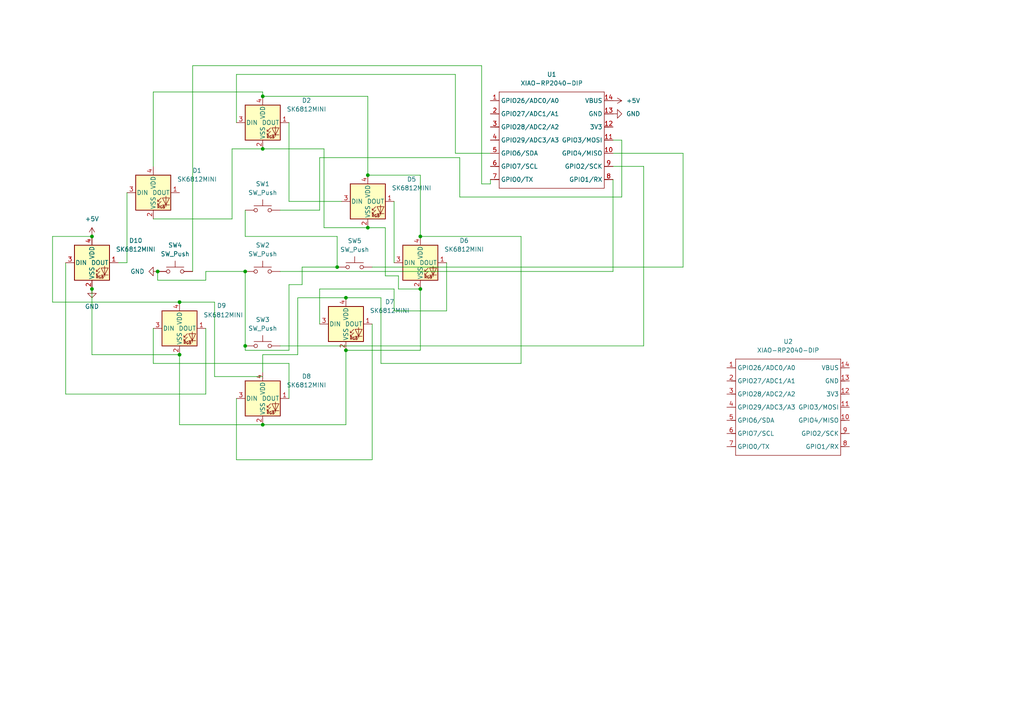
<source format=kicad_sch>
(kicad_sch (version 20250114) (generator "eeschema") (generator_version "9.0")
  (paper "A4")
  (lib_symbols
    (symbol "LED:SK6812MINI" (pin_names (offset 0.254))
      (property "Reference" "D" (at 5.08 5.715 0))
      (property "Value" "SK6812MINI" (at 1.27 -5.715 0))
      (symbol "SK6812MINI_0_0"
        (text "RGB" (at 2.286 -4.191 0) (effects (font (size 0.762 0.762))))
      )
      (symbol "SK6812MINI_0_1"
        (polyline (pts (xy 1.27 -2.54) (xy 1.778 -2.54)))
        (polyline (pts (xy 1.27 -3.556) (xy 1.778 -3.556)))
        (polyline (pts (xy 2.286 -1.524) (xy 1.27 -2.54) (xy 1.27 -2.032)))
        (polyline (pts (xy 2.286 -2.54) (xy 1.27 -3.556) (xy 1.27 -3.048)))
        (polyline (pts (xy 3.683 -1.016) (xy 3.683 -3.556) (xy 3.683 -4.064)))
        (polyline (pts (xy 4.699 -1.524) (xy 2.667 -1.524) (xy 3.683 -3.556) (xy 4.699 -1.524)))
        (polyline (pts (xy 4.699 -3.556) (xy 2.667 -3.556)))
        (rectangle (start 5.08 5.08) (end -5.08 -5.08) (stroke (width 0.254)) (fill (type background)))
      )
      (symbol "SK6812MINI_1_1"
        (pin input line (at -7.62 0 0) (length 2.54) (name "DIN") (number "3"))
        (pin power_in line (at 0 7.62 270) (length 2.54) (name "VDD") (number "4"))
        (pin power_in line (at 0 -7.62 90) (length 2.54) (name "VSS") (number "2"))
        (pin output line (at 7.62 0 180) (length 2.54) (name "DOUT") (number "1"))
      )
    )
    (symbol "Seeed_Studio_XIAO_Series:XIAO-RP2040-DIP"
      (property "Reference" "U" (at 0 0 0))
      (property "Value" "XIAO-RP2040-DIP" (at 5.334 -1.778 0))
      (symbol "XIAO-RP2040-DIP_1_0"
        (polyline (pts (xy -1.27 -2.54) (xy 29.21 -2.54)) (stroke (width 0.1524)))
        (polyline (pts (xy -1.27 -5.08) (xy -2.54 -5.08)) (stroke (width 0.1524)))
        (polyline (pts (xy -1.27 -5.08) (xy -1.27 -2.54)) (stroke (width 0.1524)))
        (polyline (pts (xy -1.27 -8.89) (xy -2.54 -8.89)) (stroke (width 0.1524)))
        (polyline (pts (xy -1.27 -8.89) (xy -1.27 -5.08)) (stroke (width 0.1524)))
        (polyline (pts (xy -1.27 -12.7) (xy -2.54 -12.7)) (stroke (width 0.1524)))
        (polyline (pts (xy -1.27 -12.7) (xy -1.27 -8.89)) (stroke (width 0.1524)))
        (polyline (pts (xy -1.27 -16.51) (xy -2.54 -16.51)) (stroke (width 0.1524)))
        (polyline (pts (xy -1.27 -16.51) (xy -1.27 -12.7)) (stroke (width 0.1524)))
        (polyline (pts (xy -1.27 -20.32) (xy -2.54 -20.32)) (stroke (width 0.1524)))
        (polyline (pts (xy -1.27 -24.13) (xy -2.54 -24.13)) (stroke (width 0.1524)))
        (polyline (pts (xy -1.27 -27.94) (xy -2.54 -27.94)) (stroke (width 0.1524)))
        (polyline (pts (xy -1.27 -30.48) (xy -1.27 -16.51)) (stroke (width 0.1524)))
        (polyline (pts (xy 29.21 -2.54) (xy 29.21 -5.08)) (stroke (width 0.1524)))
        (polyline (pts (xy 29.21 -5.08) (xy 29.21 -8.89)) (stroke (width 0.1524)))
        (polyline (pts (xy 29.21 -8.89) (xy 29.21 -12.7)) (stroke (width 0.1524)))
        (polyline (pts (xy 29.21 -12.7) (xy 29.21 -30.48)) (stroke (width 0.1524)))
        (polyline (pts (xy 29.21 -30.48) (xy -1.27 -30.48)) (stroke (width 0.1524)))
        (polyline (pts (xy 30.48 -5.08) (xy 29.21 -5.08)) (stroke (width 0.1524)))
        (polyline (pts (xy 30.48 -8.89) (xy 29.21 -8.89)) (stroke (width 0.1524)))
        (polyline (pts (xy 30.48 -12.7) (xy 29.21 -12.7)) (stroke (width 0.1524)))
        (polyline (pts (xy 30.48 -16.51) (xy 29.21 -16.51)) (stroke (width 0.1524)))
        (polyline (pts (xy 30.48 -20.32) (xy 29.21 -20.32)) (stroke (width 0.1524)))
        (polyline (pts (xy 30.48 -24.13) (xy 29.21 -24.13)) (stroke (width 0.1524)))
        (polyline (pts (xy 30.48 -27.94) (xy 29.21 -27.94)) (stroke (width 0.1524)))
        (pin passive line (at -3.81 -5.08 0) (length 2.54) (name "GPIO26/ADC0/A0") (number "1"))
        (pin passive line (at -3.81 -8.89 0) (length 2.54) (name "GPIO27/ADC1/A1") (number "2"))
        (pin passive line (at -3.81 -12.7 0) (length 2.54) (name "GPIO28/ADC2/A2") (number "3"))
        (pin passive line (at -3.81 -16.51 0) (length 2.54) (name "GPIO29/ADC3/A3") (number "4"))
        (pin passive line (at -3.81 -20.32 0) (length 2.54) (name "GPIO6/SDA") (number "5"))
        (pin passive line (at -3.81 -24.13 0) (length 2.54) (name "GPIO7/SCL") (number "6"))
        (pin passive line (at -3.81 -27.94 0) (length 2.54) (name "GPIO0/TX") (number "7"))
        (pin passive line (at 31.75 -5.08 180) (length 2.54) (name "VBUS") (number "14"))
        (pin passive line (at 31.75 -8.89 180) (length 2.54) (name "GND") (number "13"))
        (pin passive line (at 31.75 -12.7 180) (length 2.54) (name "3V3") (number "12"))
        (pin passive line (at 31.75 -16.51 180) (length 2.54) (name "GPIO3/MOSI") (number "11"))
        (pin passive line (at 31.75 -20.32 180) (length 2.54) (name "GPIO4/MISO") (number "10"))
        (pin passive line (at 31.75 -24.13 180) (length 2.54) (name "GPIO2/SCK") (number "9"))
        (pin passive line (at 31.75 -27.94 180) (length 2.54) (name "GPIO1/RX") (number "8"))
      )
    )
    (symbol "Switch:SW_Push" (pin_numbers (hide yes)) (pin_names (offset 1.016) (hide yes))
      (property "Reference" "SW" (at 1.27 2.54 0))
      (property "Value" "SW_Push" (at 0 -1.524 0))
      (symbol "SW_Push_0_1"
        (circle (center -2.032 0) (radius 0.508))
        (polyline (pts (xy 0 1.27) (xy 0 3.048)))
        (circle (center 2.032 0) (radius 0.508))
        (polyline (pts (xy 2.54 1.27) (xy -2.54 1.27)))
        (pin passive line (at -5.08 0 0) (length 2.54) (name "1") (number "1"))
        (pin passive line (at 5.08 0 180) (length 2.54) (name "2") (number "2"))
      )
    )
    (symbol "power:+5V" (power) (pin_numbers (hide yes)) (pin_names (offset 0) (hide yes))
      (property "Value" "+5V" (at 0 3.556 0))
      (symbol "+5V_0_1"
        (polyline (pts (xy -0.762 1.27) (xy 0 2.54)))
        (polyline (pts (xy 0 2.54) (xy 0.762 1.27)))
        (polyline (pts (xy 0 0) (xy 0 2.54)))
      )
      (symbol "+5V_1_1"
        (pin power_in line (at 0 0 90) (length 0) (name "~") (number "1"))
      )
    )
    (symbol "power:GND" (power) (pin_numbers (hide yes)) (pin_names (offset 0) (hide yes))
      (property "Value" "GND" (at 0 -3.81 0))
      (symbol "GND_0_1"
        (polyline (pts (xy 0 0) (xy 0 -1.27) (xy 1.27 -1.27) (xy 0 -2.54) (xy -1.27 -1.27) (xy 0 -1.27)))
      )
      (symbol "GND_1_1"
        (pin power_in line (at 0 0 270) (length 0) (name "~") (number "1"))
      )
    )
  )
  (junction (at 76.2 123.19))
  (junction (at 97.79 77.47))
  (junction (at 106.68 66.04))
  (junction (at 26.67 83.82))
  (junction (at 71.12 100.33))
  (junction (at 100.33 101.6))
  (junction (at 52.07 102.87))
  (junction (at 76.2 27.94))
  (junction (at 26.67 68.58))
  (junction (at 106.68 50.8))
  (junction (at 121.92 68.58))
  (junction (at 52.07 87.63))
  (junction (at 100.33 86.36))
  (junction (at 76.2 43.18))
  (junction (at 121.92 83.82))
  (junction (at 45.72 78.74))
  (junction (at 71.12 78.74))
  (wire (pts (xy 99.06 58.42) (xy 83.82 58.42)))
  (wire (pts (xy 71.12 68.58) (xy 97.79 68.58)))
  (wire (pts (xy 186.69 48.26) (xy 177.8 48.26)))
  (wire (pts (xy 67.31 43.18) (xy 76.2 43.18)))
  (wire (pts (xy 68.58 35.56) (xy 68.58 21.59)))
  (wire (pts (xy 100.33 123.19) (xy 76.2 123.19)))
  (wire (pts (xy 92.71 83.82) (xy 114.3 83.82)))
  (wire (pts (xy 68.58 21.59) (xy 132.08 21.59)))
  (wire (pts (xy 111.76 66.04) (xy 111.76 80.01)))
  (wire (pts (xy 115.57 80.01) (xy 115.57 83.82)))
  (wire (pts (xy 83.82 105.41) (xy 44.45 105.41)))
  (wire (pts (xy 132.08 44.45) (xy 142.24 44.45)))
  (wire (pts (xy 81.28 78.74) (xy 177.8 78.74)))
  (wire (pts (xy 83.82 101.6) (xy 71.12 101.6)))
  (wire (pts (xy 76.2 109.22) (xy 62.23 109.22)))
  (wire (pts (xy 44.45 95.25) (xy 44.45 105.41)))
  (wire (pts (xy 93.98 43.18) (xy 93.98 66.04)))
  (wire (pts (xy 121.92 68.58) (xy 151.13 68.58)))
  (wire (pts (xy 198.12 77.47) (xy 198.12 44.45)))
  (wire (pts (xy 59.69 78.74) (xy 59.69 81.28)))
  (wire (pts (xy 111.76 80.01) (xy 115.57 80.01)))
  (wire (pts (xy 62.23 109.22) (xy 62.23 87.63)))
  (wire (pts (xy 68.58 115.57) (xy 68.58 133.35)))
  (wire (pts (xy 86.36 102.87) (xy 76.2 102.87)))
  (wire (pts (xy 76.2 123.19) (xy 52.07 123.19)))
  (wire (pts (xy 55.88 19.05) (xy 139.7 19.05)))
  (wire (pts (xy 52.07 87.63) (xy 15.24 87.63)))
  (wire (pts (xy 180.34 57.15) (xy 180.34 40.64)))
  (wire (pts (xy 110.49 86.36) (xy 100.33 86.36)))
  (wire (pts (xy 198.12 44.45) (xy 177.8 44.45)))
  (wire (pts (xy 97.79 68.58) (xy 97.79 77.47)))
  (wire (pts (xy 87.63 82.55) (xy 83.82 82.55)))
  (wire (pts (xy 83.82 82.55) (xy 83.82 101.6)))
  (wire (pts (xy 44.45 26.67) (xy 76.2 26.67)))
  (wire (pts (xy 36.83 76.2) (xy 36.83 55.88)))
  (wire (pts (xy 177.8 78.74) (xy 177.8 52.07)))
  (wire (pts (xy 52.07 123.19) (xy 52.07 102.87)))
  (wire (pts (xy 71.12 60.96) (xy 71.12 68.58)))
  (wire (pts (xy 76.2 102.87) (xy 76.2 107.95)))
  (wire (pts (xy 92.71 60.96) (xy 92.71 45.72)))
  (wire (pts (xy 107.95 93.98) (xy 107.95 133.35)))
  (wire (pts (xy 19.05 114.3) (xy 19.05 76.2)))
  (wire (pts (xy 59.69 95.25) (xy 59.69 114.3)))
  (wire (pts (xy 139.7 19.05) (xy 139.7 53.34)))
  (wire (pts (xy 151.13 68.58) (xy 151.13 105.41)))
  (wire (pts (xy 81.28 100.33) (xy 186.69 100.33)))
  (wire (pts (xy 83.82 35.56) (xy 83.82 58.42)))
  (wire (pts (xy 133.35 57.15) (xy 180.34 57.15)))
  (wire (pts (xy 62.23 87.63) (xy 52.07 87.63)))
  (wire (pts (xy 71.12 101.6) (xy 71.12 100.33)))
  (wire (pts (xy 55.88 78.74) (xy 55.88 19.05)))
  (wire (pts (xy 87.63 77.47) (xy 97.79 77.47)))
  (wire (pts (xy 45.72 81.28) (xy 45.72 78.74)))
  (wire (pts (xy 180.34 40.64) (xy 177.8 40.64)))
  (wire (pts (xy 76.2 43.18) (xy 93.98 43.18)))
  (wire (pts (xy 114.3 58.42) (xy 114.3 76.2)))
  (wire (pts (xy 15.24 68.58) (xy 26.67 68.58)))
  (wire (pts (xy 44.45 48.26) (xy 44.45 26.67)))
  (wire (pts (xy 34.29 76.2) (xy 36.83 76.2)))
  (wire (pts (xy 106.68 50.8) (xy 121.92 50.8)))
  (wire (pts (xy 26.67 102.87) (xy 26.67 83.82)))
  (wire (pts (xy 121.92 83.82) (xy 121.92 101.6)))
  (wire (pts (xy 100.33 86.36) (xy 86.36 86.36)))
  (wire (pts (xy 52.07 102.87) (xy 26.67 102.87)))
  (wire (pts (xy 83.82 115.57) (xy 83.82 105.41)))
  (wire (pts (xy 110.49 105.41) (xy 110.49 86.36)))
  (wire (pts (xy 132.08 21.59) (xy 132.08 44.45)))
  (wire (pts (xy 92.71 45.72) (xy 133.35 45.72)))
  (wire (pts (xy 142.24 53.34) (xy 142.24 52.07)))
  (wire (pts (xy 106.68 27.94) (xy 106.68 50.8)))
  (wire (pts (xy 115.57 83.82) (xy 121.92 83.82)))
  (wire (pts (xy 67.31 63.5) (xy 67.31 43.18)))
  (wire (pts (xy 129.54 76.2) (xy 129.54 90.17)))
  (wire (pts (xy 87.63 77.47) (xy 87.63 82.55)))
  (wire (pts (xy 133.35 45.72) (xy 133.35 57.15)))
  (wire (pts (xy 59.69 81.28) (xy 45.72 81.28)))
  (wire (pts (xy 114.3 83.82) (xy 114.3 90.17)))
  (wire (pts (xy 92.71 93.98) (xy 92.71 83.82)))
  (wire (pts (xy 107.95 77.47) (xy 198.12 77.47)))
  (wire (pts (xy 59.69 114.3) (xy 19.05 114.3)))
  (wire (pts (xy 107.95 133.35) (xy 68.58 133.35)))
  (wire (pts (xy 100.33 101.6) (xy 100.33 123.19)))
  (wire (pts (xy 139.7 53.34) (xy 142.24 53.34)))
  (wire (pts (xy 86.36 86.36) (xy 86.36 102.87)))
  (wire (pts (xy 71.12 78.74) (xy 59.69 78.74)))
  (wire (pts (xy 121.92 101.6) (xy 100.33 101.6)))
  (wire (pts (xy 186.69 100.33) (xy 186.69 48.26)))
  (wire (pts (xy 93.98 66.04) (xy 106.68 66.04)))
  (wire (pts (xy 76.2 27.94) (xy 106.68 27.94)))
  (wire (pts (xy 81.28 60.96) (xy 92.71 60.96)))
  (wire (pts (xy 114.3 90.17) (xy 129.54 90.17)))
  (wire (pts (xy 15.24 87.63) (xy 15.24 68.58)))
  (wire (pts (xy 106.68 66.04) (xy 111.76 66.04)))
  (wire (pts (xy 151.13 105.41) (xy 110.49 105.41)))
  (wire (pts (xy 121.92 50.8) (xy 121.92 68.58)))
  (wire (pts (xy 76.2 26.67) (xy 76.2 27.94)))
  (wire (pts (xy 44.45 63.5) (xy 67.31 63.5)))
  (wire (pts (xy 71.12 78.74) (xy 71.12 100.33)))
  (symbol (lib_id "power:+5V") (at 26.67 68.58 0) (unit 1)
    (property "Reference" "#PWR01" (effects (hide yes)))
    (property "Value" "+5V" (at 26.67 63.5 0))
    (property "Description" "Power symbol creates a global label with name \"+5V\"" (effects (hide yes)))
  )
  (symbol (lib_id "Switch:SW_Push") (at 50.8 78.74 0) (unit 1)
    (property "Reference" "SW4" (at 50.8 71.12 0))
    (property "Value" "SW_Push" (at 50.8 73.66 0))
    (property "Footprint" "Button_Switch_Keyboard:SW_Cherry_MX_1.00u_PCB" (effects (hide yes)))
    (property "Description" "Push button switch, generic, two pins" (effects (hide yes)))
  )
  (symbol (lib_id "LED:SK6812MINI") (at 106.68 58.42 0) (unit 1)
    (property "Reference" "D5" (at 119.38 51.9998 0))
    (property "Value" "SK6812MINI" (at 119.38 54.5398 0))
    (property "Footprint" "LED_SMD:LED_SK6812MINI_PLCC4_3.5x3.5mm_P1.75mm" (effects (hide yes)))
    (property "Datasheet" "https://cdn-shop.adafruit.com/product-files/2686/SK6812MINI_REV.01-1-2.pdf" (effects (hide yes)))
    (property "Description" "RGB LED with integrated controller" (effects (hide yes)))
  )
  (symbol (lib_id "LED:SK6812MINI") (at 100.33 93.98 0) (unit 1)
    (property "Reference" "D7" (at 113.03 87.5598 0))
    (property "Value" "SK6812MINI" (at 113.03 90.0998 0))
    (property "Footprint" "LED_SMD:LED_SK6812MINI_PLCC4_3.5x3.5mm_P1.75mm" (effects (hide yes)))
    (property "Datasheet" "https://cdn-shop.adafruit.com/product-files/2686/SK6812MINI_REV.01-1-2.pdf" (effects (hide yes)))
    (property "Description" "RGB LED with integrated controller" (effects (hide yes)))
  )
  (symbol (lib_id "LED:SK6812MINI") (at 52.07 95.25 0) (unit 1)
    (property "Reference" "D9" (at 64.262 88.646 0))
    (property "Value" "SK6812MINI" (at 64.77 91.3698 0))
    (property "Footprint" "LED_SMD:LED_SK6812MINI_PLCC4_3.5x3.5mm_P1.75mm" (effects (hide yes)))
    (property "Datasheet" "https://cdn-shop.adafruit.com/product-files/2686/SK6812MINI_REV.01-1-2.pdf" (effects (hide yes)))
    (property "Description" "RGB LED with integrated controller" (effects (hide yes)))
  )
  (symbol (lib_id "LED:SK6812MINI") (at 121.92 76.2 0) (unit 1)
    (property "Reference" "D6" (at 134.62 69.7798 0))
    (property "Value" "SK6812MINI" (at 134.62 72.3198 0))
    (property "Footprint" "LED_SMD:LED_SK6812MINI_PLCC4_3.5x3.5mm_P1.75mm" (effects (hide yes)))
    (property "Datasheet" "https://cdn-shop.adafruit.com/product-files/2686/SK6812MINI_REV.01-1-2.pdf" (effects (hide yes)))
    (property "Description" "RGB LED with integrated controller" (effects (hide yes)))
  )
  (symbol (lib_id "power:GND") (at 177.8 33.02 90) (mirror x) (unit 1)
    (property "Reference" "#PWR03" (effects (hide yes)))
    (property "Value" "GND" (at 181.61 33.0199 90) (effects (justify right)))
    (property "Description" "Power symbol creates a global label with name \"GND\" , ground" (effects (hide yes)))
  )
  (symbol (lib_id "Seeed_Studio_XIAO_Series:XIAO-RP2040-DIP") (at 146.05 24.13 0) (unit 1)
    (property "Reference" "U1" (at 160.02 21.59 0))
    (property "Value" "XIAO-RP2040-DIP" (at 160.02 24.13 0))
    (property "Footprint" "RF_Module:MCU_Seeed_ESP32C3" (effects (hide yes)))
  )
  (symbol (lib_id "LED:SK6812MINI") (at 76.2 35.56 0) (unit 1)
    (property "Reference" "D2" (at 88.9 29.1398 0))
    (property "Value" "SK6812MINI" (at 88.9 31.6798 0))
    (property "Footprint" "LED_SMD:LED_SK6812MINI_PLCC4_3.5x3.5mm_P1.75mm" (effects (hide yes)))
    (property "Datasheet" "https://cdn-shop.adafruit.com/product-files/2686/SK6812MINI_REV.01-1-2.pdf" (effects (hide yes)))
    (property "Description" "RGB LED with integrated controller" (effects (hide yes)))
  )
  (symbol (lib_id "Switch:SW_Push") (at 76.2 60.96 0) (unit 1)
    (property "Reference" "SW1" (at 76.2 53.34 0))
    (property "Value" "SW_Push" (at 76.2 55.88 0))
    (property "Footprint" "Button_Switch_Keyboard:SW_Cherry_MX_1.00u_PCB" (effects (hide yes)))
    (property "Description" "Push button switch, generic, two pins" (effects (hide yes)))
  )
  (symbol (lib_id "LED:SK6812MINI") (at 44.45 55.88 0) (unit 1)
    (property "Reference" "D1" (at 57.15 49.4598 0))
    (property "Value" "SK6812MINI" (at 57.15 51.9998 0))
    (property "Footprint" "LED_SMD:LED_SK6812MINI_PLCC4_3.5x3.5mm_P1.75mm" (effects (hide yes)))
    (property "Datasheet" "https://cdn-shop.adafruit.com/product-files/2686/SK6812MINI_REV.01-1-2.pdf" (effects (hide yes)))
    (property "Description" "RGB LED with integrated controller" (effects (hide yes)))
  )
  (symbol (lib_id "LED:SK6812MINI") (at 26.67 76.2 0) (unit 1)
    (property "Reference" "D10" (at 39.37 69.7798 0))
    (property "Value" "SK6812MINI" (at 39.37 72.3198 0))
    (property "Footprint" "LED_SMD:LED_SK6812MINI_PLCC4_3.5x3.5mm_P1.75mm" (effects (hide yes)))
    (property "Datasheet" "https://cdn-shop.adafruit.com/product-files/2686/SK6812MINI_REV.01-1-2.pdf" (effects (hide yes)))
    (property "Description" "RGB LED with integrated controller" (effects (hide yes)))
  )
  (symbol (lib_id "power:GND") (at 45.72 78.74 270) (unit 1)
    (property "Reference" "#PWR04" (effects (hide yes)))
    (property "Value" "GND" (at 41.91 78.7399 90) (effects (justify right)))
    (property "Description" "Power symbol creates a global label with name \"GND\" , ground" (effects (hide yes)))
  )
  (symbol (lib_id "Switch:SW_Push") (at 102.87 77.47 0) (unit 1)
    (property "Reference" "SW5" (at 102.87 69.85 0))
    (property "Value" "SW_Push" (at 102.87 72.39 0))
    (property "Footprint" "Button_Switch_Keyboard:SW_Cherry_MX_1.00u_PCB" (effects (hide yes)))
    (property "Description" "Push button switch, generic, two pins" (effects (hide yes)))
  )
  (symbol (lib_id "LED:SK6812MINI") (at 76.2 115.57 0) (unit 1)
    (property "Reference" "D8" (at 88.9 109.1498 0))
    (property "Value" "SK6812MINI" (at 88.9 111.6898 0))
    (property "Footprint" "LED_SMD:LED_SK6812MINI_PLCC4_3.5x3.5mm_P1.75mm" (effects (hide yes)))
    (property "Datasheet" "https://cdn-shop.adafruit.com/product-files/2686/SK6812MINI_REV.01-1-2.pdf" (effects (hide yes)))
    (property "Description" "RGB LED with integrated controller" (effects (hide yes)))
  )
  (symbol (lib_id "Seeed_Studio_XIAO_Series:XIAO-RP2040-DIP") (at 214.63 101.6 0) (unit 1)
    (property "Reference" "U2" (at 228.6 99.06 0))
    (property "Value" "XIAO-RP2040-DIP" (at 228.6 101.6 0))
    (property "Footprint" "RF_Module:MCU_Seeed_ESP32C3" (effects (hide yes)))
  )
  (symbol (lib_id "power:+5V") (at 177.8 29.21 270) (mirror x) (unit 1)
    (property "Reference" "#PWR06" (effects (hide yes)))
    (property "Value" "+5V" (at 181.61 29.2099 90) (effects (justify left)))
    (property "Description" "Power symbol creates a global label with name \"+5V\"" (effects (hide yes)))
  )
  (symbol (lib_id "Switch:SW_Push") (at 76.2 78.74 0) (unit 1)
    (property "Reference" "SW2" (at 76.2 71.12 0))
    (property "Value" "SW_Push" (at 76.2 73.66 0))
    (property "Footprint" "Button_Switch_Keyboard:SW_Cherry_MX_1.00u_PCB" (effects (hide yes)))
    (property "Description" "Push button switch, generic, two pins" (effects (hide yes)))
  )
  (symbol (lib_id "Switch:SW_Push") (at 76.2 100.33 0) (unit 1)
    (property "Reference" "SW3" (at 76.2 92.71 0))
    (property "Value" "SW_Push" (at 76.2 95.25 0))
    (property "Footprint" "Button_Switch_Keyboard:SW_Cherry_MX_1.00u_PCB" (effects (hide yes)))
    (property "Description" "Push button switch, generic, two pins" (effects (hide yes)))
  )
  (symbol (lib_id "power:GND") (at 26.67 83.82 0) (unit 1)
    (property "Reference" "#PWR02" (effects (hide yes)))
    (property "Value" "GND" (at 26.67 88.9 0))
    (property "Description" "Power symbol creates a global label with name \"GND\" , ground" (effects (hide yes)))
  )
)
</source>
